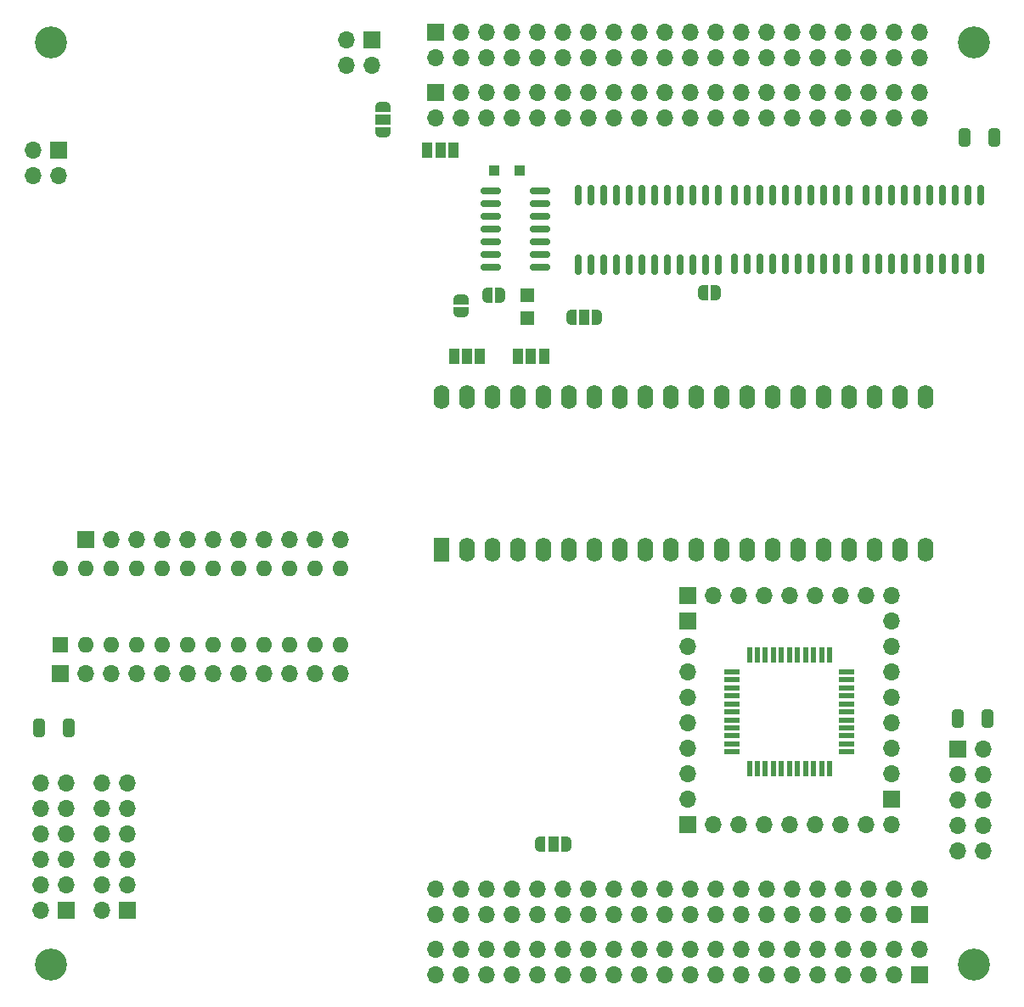
<source format=gbr>
%TF.GenerationSoftware,KiCad,Pcbnew,8.0.5-8.0.5-0~ubuntu22.04.1*%
%TF.CreationDate,2024-10-04T17:06:24+02:00*%
%TF.ProjectId,6502_6800_CPU,36353032-5f36-4383-9030-5f4350552e6b,rev?*%
%TF.SameCoordinates,Original*%
%TF.FileFunction,Soldermask,Top*%
%TF.FilePolarity,Negative*%
%FSLAX46Y46*%
G04 Gerber Fmt 4.6, Leading zero omitted, Abs format (unit mm)*
G04 Created by KiCad (PCBNEW 8.0.5-8.0.5-0~ubuntu22.04.1) date 2024-10-04 17:06:24*
%MOMM*%
%LPD*%
G01*
G04 APERTURE LIST*
G04 Aperture macros list*
%AMRoundRect*
0 Rectangle with rounded corners*
0 $1 Rounding radius*
0 $2 $3 $4 $5 $6 $7 $8 $9 X,Y pos of 4 corners*
0 Add a 4 corners polygon primitive as box body*
4,1,4,$2,$3,$4,$5,$6,$7,$8,$9,$2,$3,0*
0 Add four circle primitives for the rounded corners*
1,1,$1+$1,$2,$3*
1,1,$1+$1,$4,$5*
1,1,$1+$1,$6,$7*
1,1,$1+$1,$8,$9*
0 Add four rect primitives between the rounded corners*
20,1,$1+$1,$2,$3,$4,$5,0*
20,1,$1+$1,$4,$5,$6,$7,0*
20,1,$1+$1,$6,$7,$8,$9,0*
20,1,$1+$1,$8,$9,$2,$3,0*%
%AMFreePoly0*
4,1,19,0.550000,-0.750000,0.000000,-0.750000,0.000000,-0.744911,-0.071157,-0.744911,-0.207708,-0.704816,-0.327430,-0.627875,-0.420627,-0.520320,-0.479746,-0.390866,-0.500000,-0.250000,-0.500000,0.250000,-0.479746,0.390866,-0.420627,0.520320,-0.327430,0.627875,-0.207708,0.704816,-0.071157,0.744911,0.000000,0.744911,0.000000,0.750000,0.550000,0.750000,0.550000,-0.750000,0.550000,-0.750000,
$1*%
%AMFreePoly1*
4,1,19,0.000000,0.744911,0.071157,0.744911,0.207708,0.704816,0.327430,0.627875,0.420627,0.520320,0.479746,0.390866,0.500000,0.250000,0.500000,-0.250000,0.479746,-0.390866,0.420627,-0.520320,0.327430,-0.627875,0.207708,-0.704816,0.071157,-0.744911,0.000000,-0.744911,0.000000,-0.750000,-0.550000,-0.750000,-0.550000,0.750000,0.000000,0.750000,0.000000,0.744911,0.000000,0.744911,
$1*%
%AMFreePoly2*
4,1,19,0.500000,-0.750000,0.000000,-0.750000,0.000000,-0.744911,-0.071157,-0.744911,-0.207708,-0.704816,-0.327430,-0.627875,-0.420627,-0.520320,-0.479746,-0.390866,-0.500000,-0.250000,-0.500000,0.250000,-0.479746,0.390866,-0.420627,0.520320,-0.327430,0.627875,-0.207708,0.704816,-0.071157,0.744911,0.000000,0.744911,0.000000,0.750000,0.500000,0.750000,0.500000,-0.750000,0.500000,-0.750000,
$1*%
%AMFreePoly3*
4,1,19,0.000000,0.744911,0.071157,0.744911,0.207708,0.704816,0.327430,0.627875,0.420627,0.520320,0.479746,0.390866,0.500000,0.250000,0.500000,-0.250000,0.479746,-0.390866,0.420627,-0.520320,0.327430,-0.627875,0.207708,-0.704816,0.071157,-0.744911,0.000000,-0.744911,0.000000,-0.750000,-0.500000,-0.750000,-0.500000,0.750000,0.000000,0.750000,0.000000,0.744911,0.000000,0.744911,
$1*%
G04 Aperture macros list end*
%ADD10R,1.700000X1.700000*%
%ADD11O,1.700000X1.700000*%
%ADD12RoundRect,0.250000X-0.325000X-0.650000X0.325000X-0.650000X0.325000X0.650000X-0.325000X0.650000X0*%
%ADD13R,1.500000X0.550000*%
%ADD14R,0.550000X1.500000*%
%ADD15RoundRect,0.150000X0.150000X-0.837500X0.150000X0.837500X-0.150000X0.837500X-0.150000X-0.837500X0*%
%ADD16RoundRect,0.150000X-0.150000X0.837500X-0.150000X-0.837500X0.150000X-0.837500X0.150000X0.837500X0*%
%ADD17R,1.000000X1.500000*%
%ADD18FreePoly0,270.000000*%
%ADD19R,1.500000X1.000000*%
%ADD20FreePoly1,270.000000*%
%ADD21FreePoly0,0.000000*%
%ADD22FreePoly1,0.000000*%
%ADD23FreePoly2,180.000000*%
%ADD24FreePoly3,180.000000*%
%ADD25R,1.000000X1.000000*%
%ADD26FreePoly2,0.000000*%
%ADD27FreePoly3,0.000000*%
%ADD28C,3.200000*%
%ADD29O,1.600000X1.600000*%
%ADD30R,1.600000X1.600000*%
%ADD31FreePoly2,270.000000*%
%ADD32FreePoly3,270.000000*%
%ADD33R,1.350000X1.350000*%
%ADD34O,1.600000X2.400000*%
%ADD35R,1.600000X2.400000*%
%ADD36RoundRect,0.150000X-0.825000X-0.150000X0.825000X-0.150000X0.825000X0.150000X-0.825000X0.150000X0*%
G04 APERTURE END LIST*
D10*
%TO.C,J7*%
X55540000Y-140627000D03*
D11*
X53000000Y-140627000D03*
X55540000Y-138087000D03*
X53000000Y-138087000D03*
X55540000Y-135547000D03*
X53000000Y-135547000D03*
X55540000Y-133007000D03*
X53000000Y-133007000D03*
X55540000Y-130467000D03*
X53000000Y-130467000D03*
X55540000Y-127927000D03*
X53000000Y-127927000D03*
%TD*%
D10*
%TO.C,J6*%
X61595000Y-140589000D03*
D11*
X59055000Y-140589000D03*
X61595000Y-138049000D03*
X59055000Y-138049000D03*
X61595000Y-135509000D03*
X59055000Y-135509000D03*
X61595000Y-132969000D03*
X59055000Y-132969000D03*
X61595000Y-130429000D03*
X59055000Y-130429000D03*
X61595000Y-127889000D03*
X59055000Y-127889000D03*
%TD*%
D12*
%TO.C,C8*%
X144471600Y-121462800D03*
X147421600Y-121462800D03*
%TD*%
D10*
%TO.C,J22*%
X144460000Y-124500000D03*
D11*
X147000000Y-124500000D03*
X144460000Y-127040000D03*
X147000000Y-127040000D03*
X144460000Y-129580000D03*
X147000000Y-129580000D03*
X144460000Y-132120000D03*
X147000000Y-132120000D03*
X144460000Y-134660000D03*
X147000000Y-134660000D03*
%TD*%
D13*
%TO.C,U9*%
X121950000Y-124790000D03*
X121950000Y-123990000D03*
X121950000Y-123190000D03*
X121950000Y-122390000D03*
X121950000Y-121590000D03*
X121950000Y-120790000D03*
X121950000Y-119990000D03*
X121950000Y-119190000D03*
X121950000Y-118390000D03*
X121950000Y-117590000D03*
X121950000Y-116790000D03*
D14*
X123650000Y-115090000D03*
X124450000Y-115090000D03*
X125250000Y-115090000D03*
X126050000Y-115090000D03*
X126850000Y-115090000D03*
X127650000Y-115090000D03*
X128450000Y-115090000D03*
X129250000Y-115090000D03*
X130050000Y-115090000D03*
X130850000Y-115090000D03*
X131650000Y-115090000D03*
D13*
X133350000Y-116790000D03*
X133350000Y-117590000D03*
X133350000Y-118390000D03*
X133350000Y-119190000D03*
X133350000Y-119990000D03*
X133350000Y-120790000D03*
X133350000Y-121590000D03*
X133350000Y-122390000D03*
X133350000Y-123190000D03*
X133350000Y-123990000D03*
X133350000Y-124790000D03*
D14*
X131650000Y-126490000D03*
X130850000Y-126490000D03*
X130050000Y-126490000D03*
X129250000Y-126490000D03*
X128450000Y-126490000D03*
X127650000Y-126490000D03*
X126850000Y-126490000D03*
X126050000Y-126490000D03*
X125250000Y-126490000D03*
X124450000Y-126490000D03*
X123650000Y-126490000D03*
%TD*%
D15*
%TO.C,U4*%
X135255000Y-76106500D03*
X136525000Y-76106500D03*
X137795000Y-76106500D03*
X139065000Y-76106500D03*
X140335000Y-76106500D03*
X141605000Y-76106500D03*
X142875000Y-76106500D03*
X144145000Y-76106500D03*
X145415000Y-76106500D03*
X146685000Y-76106500D03*
X146685000Y-69181500D03*
X145415000Y-69181500D03*
X144145000Y-69181500D03*
X142875000Y-69181500D03*
X141605000Y-69181500D03*
X140335000Y-69181500D03*
X139065000Y-69181500D03*
X137795000Y-69181500D03*
X136525000Y-69181500D03*
X135255000Y-69181500D03*
%TD*%
%TO.C,U3*%
X122174000Y-76106500D03*
X123444000Y-76106500D03*
X124714000Y-76106500D03*
X125984000Y-76106500D03*
X127254000Y-76106500D03*
X128524000Y-76106500D03*
X129794000Y-76106500D03*
X131064000Y-76106500D03*
X132334000Y-76106500D03*
X133604000Y-76106500D03*
X133604000Y-69181500D03*
X132334000Y-69181500D03*
X131064000Y-69181500D03*
X129794000Y-69181500D03*
X128524000Y-69181500D03*
X127254000Y-69181500D03*
X125984000Y-69181500D03*
X124714000Y-69181500D03*
X123444000Y-69181500D03*
X122174000Y-69181500D03*
%TD*%
D16*
%TO.C,U2*%
X120523000Y-69215000D03*
X119253000Y-69215000D03*
X117983000Y-69215000D03*
X116713000Y-69215000D03*
X115443000Y-69215000D03*
X114173000Y-69215000D03*
X112903000Y-69215000D03*
X111633000Y-69215000D03*
X110363000Y-69215000D03*
X109093000Y-69215000D03*
X107823000Y-69215000D03*
X106553000Y-69215000D03*
X106553000Y-76140000D03*
X107823000Y-76140000D03*
X109093000Y-76140000D03*
X110363000Y-76140000D03*
X111633000Y-76140000D03*
X112903000Y-76140000D03*
X114173000Y-76140000D03*
X115443000Y-76140000D03*
X116713000Y-76140000D03*
X117983000Y-76140000D03*
X119253000Y-76140000D03*
X120523000Y-76140000D03*
%TD*%
D17*
%TO.C,JP10*%
X94204000Y-85344000D03*
X95504000Y-85344000D03*
X96804000Y-85344000D03*
%TD*%
%TO.C,JP7*%
X100584000Y-85344000D03*
X101884000Y-85344000D03*
X103184000Y-85344000D03*
%TD*%
D18*
%TO.C,JP5*%
X87122000Y-60392000D03*
D19*
X87122000Y-61692000D03*
D20*
X87122000Y-62992000D03*
%TD*%
D17*
%TO.C,JP4*%
X91537000Y-64770000D03*
X92837000Y-64770000D03*
X94137000Y-64770000D03*
%TD*%
D21*
%TO.C,JP3*%
X102810000Y-133985000D03*
D17*
X104110000Y-133985000D03*
D22*
X105410000Y-133985000D03*
%TD*%
D21*
%TO.C,JP2*%
X105888000Y-81407000D03*
D17*
X107188000Y-81407000D03*
D22*
X108488000Y-81407000D03*
%TD*%
D23*
%TO.C,JP1*%
X120299000Y-78994000D03*
D24*
X118999000Y-78994000D03*
%TD*%
D10*
%TO.C,J21*%
X117475000Y-132080000D03*
D11*
X120015000Y-132080000D03*
X122555000Y-132080000D03*
X125095000Y-132080000D03*
X127635000Y-132080000D03*
X130175000Y-132080000D03*
X132715000Y-132080000D03*
X135255000Y-132080000D03*
X137795000Y-132080000D03*
%TD*%
D10*
%TO.C,J20*%
X117475000Y-111760000D03*
D11*
X117475000Y-114300000D03*
X117475000Y-116840000D03*
X117475000Y-119380000D03*
X117475000Y-121920000D03*
X117475000Y-124460000D03*
X117475000Y-127000000D03*
X117475000Y-129540000D03*
%TD*%
D10*
%TO.C,J19*%
X137795000Y-129540000D03*
D11*
X137795000Y-127000000D03*
X137795000Y-124460000D03*
X137795000Y-121920000D03*
X137795000Y-119380000D03*
X137795000Y-116840000D03*
X137795000Y-114300000D03*
X137795000Y-111760000D03*
%TD*%
D10*
%TO.C,J18*%
X117475000Y-109220000D03*
D11*
X120015000Y-109220000D03*
X122555000Y-109220000D03*
X125095000Y-109220000D03*
X127635000Y-109220000D03*
X130175000Y-109220000D03*
X132715000Y-109220000D03*
X135255000Y-109220000D03*
X137795000Y-109220000D03*
%TD*%
D25*
%TO.C,J12*%
X100752001Y-66802000D03*
%TD*%
%TO.C,J11*%
X98212001Y-66802000D03*
%TD*%
D10*
%TO.C,J30*%
X54750000Y-64760000D03*
D11*
X52210000Y-64760000D03*
X54750000Y-67300000D03*
X52210000Y-67300000D03*
%TD*%
D10*
%TO.C,J36*%
X57461000Y-103571000D03*
D11*
X60001000Y-103571000D03*
X62541000Y-103571000D03*
X65081000Y-103571000D03*
X67621000Y-103571000D03*
X70161000Y-103571000D03*
X72701000Y-103571000D03*
X75241000Y-103571000D03*
X77781000Y-103571000D03*
X80321000Y-103571000D03*
X82861000Y-103571000D03*
%TD*%
%TO.C,J1*%
X140627000Y-55540000D03*
X140627000Y-53000000D03*
X138087000Y-55540000D03*
X138087000Y-53000000D03*
X135547000Y-55540000D03*
X135547000Y-53000000D03*
X133007000Y-55540000D03*
X133007000Y-53000000D03*
X130467000Y-55540000D03*
X130467000Y-53000000D03*
X127927000Y-55540000D03*
X127927000Y-53000000D03*
X125387000Y-55540000D03*
X125387000Y-53000000D03*
X122847000Y-55540000D03*
X122847000Y-53000000D03*
X120307000Y-55540000D03*
X120307000Y-53000000D03*
X117767000Y-55540000D03*
X117767000Y-53000000D03*
X115227000Y-55540000D03*
X115227000Y-53000000D03*
X112687000Y-55540000D03*
X112687000Y-53000000D03*
X110147000Y-55540000D03*
X110147000Y-53000000D03*
X107607000Y-55540000D03*
X107607000Y-53000000D03*
X105067000Y-55540000D03*
X105067000Y-53000000D03*
X102527000Y-55540000D03*
X102527000Y-53000000D03*
X99987000Y-55540000D03*
X99987000Y-53000000D03*
X97447000Y-55540000D03*
X97447000Y-53000000D03*
X94907000Y-55540000D03*
X94907000Y-53000000D03*
X92367000Y-55540000D03*
D10*
X92367000Y-53000000D03*
%TD*%
D12*
%TO.C,C3*%
X145083000Y-63500000D03*
X148033000Y-63500000D03*
%TD*%
D26*
%TO.C,JP8*%
X97536000Y-79248000D03*
D27*
X98836000Y-79248000D03*
%TD*%
D10*
%TO.C,J4*%
X140627000Y-141000000D03*
D11*
X140627000Y-138460000D03*
X138087000Y-141000000D03*
X138087000Y-138460000D03*
X135547000Y-141000000D03*
X135547000Y-138460000D03*
X133007000Y-141000000D03*
X133007000Y-138460000D03*
X130467000Y-141000000D03*
X130467000Y-138460000D03*
X127927000Y-141000000D03*
X127927000Y-138460000D03*
X125387000Y-141000000D03*
X125387000Y-138460000D03*
X122847000Y-141000000D03*
X122847000Y-138460000D03*
X120307000Y-141000000D03*
X120307000Y-138460000D03*
X117767000Y-141000000D03*
X117767000Y-138460000D03*
X115227000Y-141000000D03*
X115227000Y-138460000D03*
X112687000Y-141000000D03*
X112687000Y-138460000D03*
X110147000Y-141000000D03*
X110147000Y-138460000D03*
X107607000Y-141000000D03*
X107607000Y-138460000D03*
X105067000Y-141000000D03*
X105067000Y-138460000D03*
X102527000Y-141000000D03*
X102527000Y-138460000D03*
X99987000Y-141000000D03*
X99987000Y-138460000D03*
X97447000Y-141000000D03*
X97447000Y-138460000D03*
X94907000Y-141000000D03*
X94907000Y-138460000D03*
X92367000Y-141000000D03*
X92367000Y-138460000D03*
%TD*%
D10*
%TO.C,J31*%
X85979000Y-53721000D03*
D11*
X83439000Y-53721000D03*
X85979000Y-56261000D03*
X83439000Y-56261000D03*
%TD*%
D10*
%TO.C,J29*%
X54971000Y-116946000D03*
D11*
X57511000Y-116946000D03*
X60051000Y-116946000D03*
X62591000Y-116946000D03*
X65131000Y-116946000D03*
X67671000Y-116946000D03*
X70211000Y-116946000D03*
X72751000Y-116946000D03*
X75291000Y-116946000D03*
X77831000Y-116946000D03*
X80371000Y-116946000D03*
X82911000Y-116946000D03*
%TD*%
D10*
%TO.C,J2*%
X140627000Y-147000000D03*
D11*
X140627000Y-144460000D03*
X138087000Y-147000000D03*
X138087000Y-144460000D03*
X135547000Y-147000000D03*
X135547000Y-144460000D03*
X133007000Y-147000000D03*
X133007000Y-144460000D03*
X130467000Y-147000000D03*
X130467000Y-144460000D03*
X127927000Y-147000000D03*
X127927000Y-144460000D03*
X125387000Y-147000000D03*
X125387000Y-144460000D03*
X122847000Y-147000000D03*
X122847000Y-144460000D03*
X120307000Y-147000000D03*
X120307000Y-144460000D03*
X117767000Y-147000000D03*
X117767000Y-144460000D03*
X115227000Y-147000000D03*
X115227000Y-144460000D03*
X112687000Y-147000000D03*
X112687000Y-144460000D03*
X110147000Y-147000000D03*
X110147000Y-144460000D03*
X107607000Y-147000000D03*
X107607000Y-144460000D03*
X105067000Y-147000000D03*
X105067000Y-144460000D03*
X102527000Y-147000000D03*
X102527000Y-144460000D03*
X99987000Y-147000000D03*
X99987000Y-144460000D03*
X97447000Y-147000000D03*
X97447000Y-144460000D03*
X94907000Y-147000000D03*
X94907000Y-144460000D03*
X92367000Y-147000000D03*
X92367000Y-144460000D03*
%TD*%
D28*
%TO.C,H3*%
X146000000Y-54000000D03*
%TD*%
D29*
%TO.C,J35*%
X54966000Y-106476000D03*
X57506000Y-106476000D03*
X60046000Y-106476000D03*
X62586000Y-106476000D03*
X65126000Y-106476000D03*
X67666000Y-106476000D03*
X70206000Y-106476000D03*
X72746000Y-106476000D03*
X75286000Y-106476000D03*
X77826000Y-106476000D03*
X80366000Y-106476000D03*
X82906000Y-106476000D03*
X82906000Y-114096000D03*
X80366000Y-114096000D03*
X77826000Y-114096000D03*
X75286000Y-114096000D03*
X72746000Y-114096000D03*
X70206000Y-114096000D03*
X67666000Y-114096000D03*
X65126000Y-114096000D03*
X62586000Y-114096000D03*
X60046000Y-114096000D03*
X57506000Y-114096000D03*
D30*
X54966000Y-114096000D03*
%TD*%
D10*
%TO.C,J3*%
X92367000Y-59000000D03*
D11*
X92367000Y-61540000D03*
X94907000Y-59000000D03*
X94907000Y-61540000D03*
X97447000Y-59000000D03*
X97447000Y-61540000D03*
X99987000Y-59000000D03*
X99987000Y-61540000D03*
X102527000Y-59000000D03*
X102527000Y-61540000D03*
X105067000Y-59000000D03*
X105067000Y-61540000D03*
X107607000Y-59000000D03*
X107607000Y-61540000D03*
X110147000Y-59000000D03*
X110147000Y-61540000D03*
X112687000Y-59000000D03*
X112687000Y-61540000D03*
X115227000Y-59000000D03*
X115227000Y-61540000D03*
X117767000Y-59000000D03*
X117767000Y-61540000D03*
X120307000Y-59000000D03*
X120307000Y-61540000D03*
X122847000Y-59000000D03*
X122847000Y-61540000D03*
X125387000Y-59000000D03*
X125387000Y-61540000D03*
X127927000Y-59000000D03*
X127927000Y-61540000D03*
X130467000Y-59000000D03*
X130467000Y-61540000D03*
X133007000Y-59000000D03*
X133007000Y-61540000D03*
X135547000Y-59000000D03*
X135547000Y-61540000D03*
X138087000Y-59000000D03*
X138087000Y-61540000D03*
X140627000Y-59000000D03*
X140627000Y-61540000D03*
%TD*%
D31*
%TO.C,JP9*%
X94869000Y-79614000D03*
D32*
X94869000Y-80914000D03*
%TD*%
D28*
%TO.C,H1*%
X54000000Y-54000000D03*
%TD*%
%TO.C,H2*%
X54000000Y-146000000D03*
%TD*%
D12*
%TO.C,C7*%
X52832000Y-122428000D03*
X55782000Y-122428000D03*
%TD*%
D28*
%TO.C,H4*%
X146000000Y-146000000D03*
%TD*%
D33*
%TO.C,J8*%
X101473000Y-81534000D03*
%TD*%
%TO.C,J9*%
X101473000Y-79248000D03*
%TD*%
D34*
%TO.C,U7*%
X92964000Y-89408000D03*
X95504000Y-89408000D03*
X98044000Y-89408000D03*
X100584000Y-89408000D03*
X103124000Y-89408000D03*
X105664000Y-89408000D03*
X108204000Y-89408000D03*
X110744000Y-89408000D03*
X113284000Y-89408000D03*
X115824000Y-89408000D03*
X118364000Y-89408000D03*
X120904000Y-89408000D03*
X123444000Y-89408000D03*
X125984000Y-89408000D03*
X128524000Y-89408000D03*
X131064000Y-89408000D03*
X133604000Y-89408000D03*
X136144000Y-89408000D03*
X138684000Y-89408000D03*
X141224000Y-89408000D03*
X141224000Y-104648000D03*
X138684000Y-104648000D03*
X136144000Y-104648000D03*
X133604000Y-104648000D03*
X131064000Y-104648000D03*
X128524000Y-104648000D03*
X125984000Y-104648000D03*
X123444000Y-104648000D03*
X120904000Y-104648000D03*
X118364000Y-104648000D03*
X115824000Y-104648000D03*
X113284000Y-104648000D03*
X110744000Y-104648000D03*
X108204000Y-104648000D03*
X105664000Y-104648000D03*
X103124000Y-104648000D03*
X100584000Y-104648000D03*
X98044000Y-104648000D03*
X95504000Y-104648000D03*
D35*
X92964000Y-104648000D03*
%TD*%
D36*
%TO.C,U5*%
X97834001Y-68834000D03*
X97834001Y-70104000D03*
X97834001Y-71374000D03*
X97834001Y-72644000D03*
X97834001Y-73914000D03*
X97834001Y-75184000D03*
X97834001Y-76454000D03*
X102784001Y-76454000D03*
X102784001Y-75184000D03*
X102784001Y-73914000D03*
X102784001Y-72644000D03*
X102784001Y-71374000D03*
X102784001Y-70104000D03*
X102784001Y-68834000D03*
%TD*%
M02*

</source>
